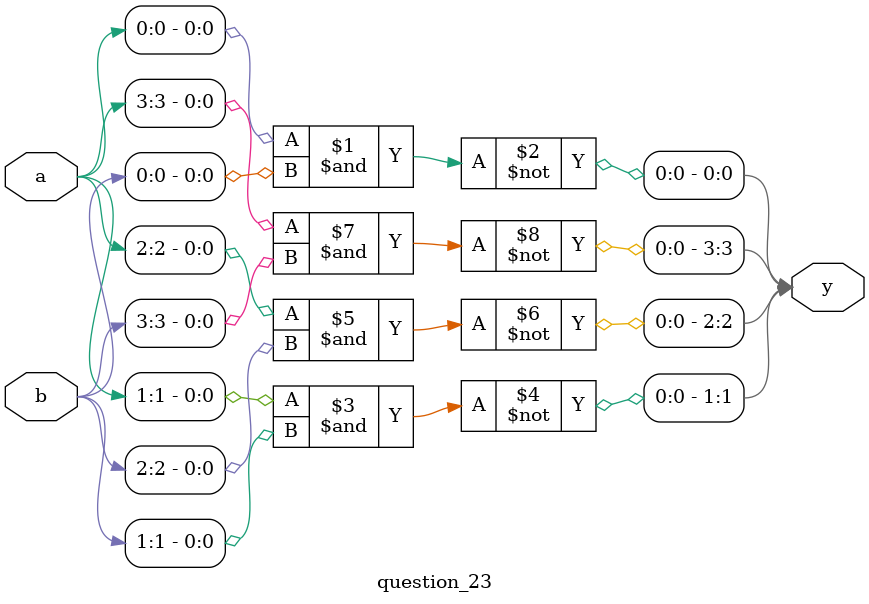
<source format=v>


module question_23 (
    input  [3:0] a, b,
    output [3:0] y
);
    nand (y[0], a[0], b[0]);
    nand (y[1], a[1], b[1]);
    nand (y[2], a[2], b[2]);
    nand (y[3], a[3], b[3]);
endmodule

</source>
